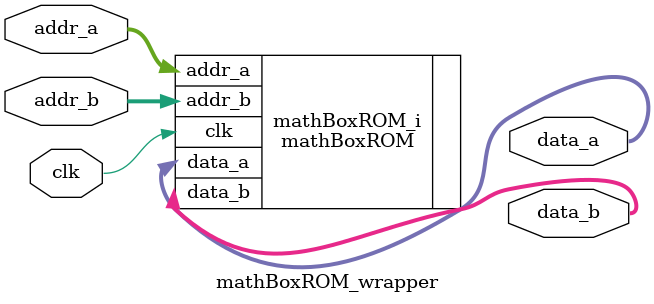
<source format=v>
`timescale 1 ps / 1 ps

module mathBoxROM_wrapper
   (addr_a,
    addr_b,
    clk,
    data_a,
    data_b);
  input [9:0]addr_a;
  input [9:0]addr_b;
  input clk;
  output [7:0]data_a;
  output [7:0]data_b;

  wire [9:0]addr_a;
  wire [9:0]addr_b;
  wire clk;
  wire [7:0]data_a;
  wire [7:0]data_b;

  mathBoxROM mathBoxROM_i
       (.addr_a(addr_a),
        .addr_b(addr_b),
        .clk(clk),
        .data_a(data_a),
        .data_b(data_b));
endmodule

</source>
